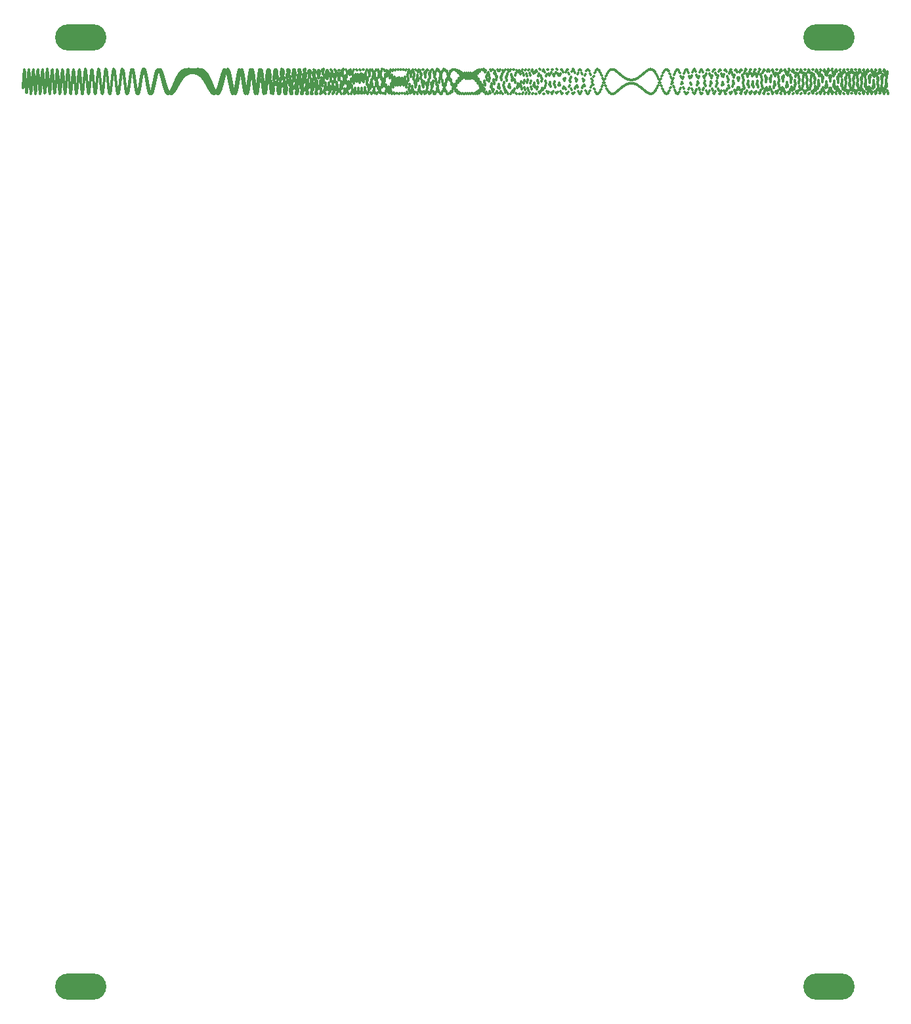
<source format=gts>
G04 Layer: TopSolderMaskLayer*
G04 EasyEDA v6.5.29, 2023-07-16 15:11:24*
G04 67781e16ba424d80afd487f8c688e69f,5a6b42c53f6a479593ecc07194224c93,10*
G04 Gerber Generator version 0.2*
G04 Scale: 100 percent, Rotated: No, Reflected: No *
G04 Dimensions in millimeters *
G04 leading zeros omitted , absolute positions ,4 integer and 5 decimal *
%FSLAX45Y45*%
%MOMM*%

%ADD10C,0.3556*%
%ADD11O,6.6032126X3.4031936000000003*%

%LPD*%
D10*
X11032070Y12109178D02*
G01*
X11040529Y12155840D01*
X812800Y12084850D02*
G01*
X821270Y11935414D01*
X2006600Y11979666D02*
G01*
X2015070Y12112396D01*
X313270Y12121040D02*
G01*
X321729Y11978840D01*
X11142129Y11888693D02*
G01*
X11150600Y11845142D01*
X11133670Y12049968D02*
G01*
X11142129Y12127372D01*
X11125200Y12028505D02*
G01*
X11133670Y11934893D01*
X11116729Y11905010D02*
G01*
X11125200Y11993450D01*
X11108270Y12145535D02*
G01*
X11116729Y12082518D01*
X11099800Y11842955D02*
G01*
X11108270Y11866097D01*
X11091329Y12137951D02*
G01*
X11099800Y12159940D01*
X11082870Y11918863D02*
G01*
X11091329Y11856943D01*
X11074400Y12010938D02*
G01*
X11082870Y12098256D01*
X11065929Y12067611D02*
G01*
X11074400Y11975416D01*
X11057470Y11875231D02*
G01*
X11065929Y11950600D01*
X11049000Y12158223D02*
G01*
X11057470Y12117448D01*
X11040529Y11851426D02*
G01*
X11049000Y11848020D01*
X11023600Y11962036D02*
G01*
X11032070Y11883387D01*
X11015129Y11963145D02*
G01*
X11023600Y12054817D01*
X11006670Y12108563D02*
G01*
X11015129Y12026013D01*
X10998200Y11851492D02*
G01*
X11006670Y11904979D01*
X10989729Y12158103D02*
G01*
X10998200Y12146594D01*
X10981270Y11876453D02*
G01*
X10989729Y11843288D01*
X10972800Y12064354D02*
G01*
X10981270Y12133945D01*
X10964329Y12016369D02*
G01*
X10972800Y11927550D01*
X10955870Y11912439D02*
G01*
X10964329Y11998548D01*
X10947400Y12142856D02*
G01*
X10955870Y12080745D01*
X10938929Y11842823D02*
G01*
X10947400Y11865602D01*
X10930470Y12138025D02*
G01*
X10938929Y12160138D01*
X10922000Y11921243D02*
G01*
X10930470Y11859907D01*
X10913529Y12005294D02*
G01*
X10922000Y12090361D01*
X10905070Y12075238D02*
G01*
X10913529Y11987900D01*
X10896600Y11868713D02*
G01*
X10905070Y11936288D01*
X10888129Y12159841D02*
G01*
X10896600Y12129063D01*
X10879670Y11857725D02*
G01*
X10888129Y11844027D01*
X10871200Y12094108D02*
G01*
X10879670Y12148654D01*
X10862729Y11983758D02*
G01*
X10871200Y11902429D01*
X10854270Y11939742D02*
G01*
X10862729Y12026943D01*
X10845800Y12127019D02*
G01*
X10854270Y12056343D01*
X10837329Y11844436D02*
G01*
X10845800Y11880458D01*
X10828870Y12149627D02*
G01*
X10837329Y12157435D01*
X10820400Y11900631D02*
G01*
X10828870Y11851177D01*
X10811929Y12028883D02*
G01*
X10820400Y12107014D01*
X10803470Y12054799D02*
G01*
X10811929Y11968429D01*
X10795000Y11881314D02*
G01*
X10803470Y11953384D01*
X10786529Y12157242D02*
G01*
X10795000Y12118256D01*
X10778070Y11850949D02*
G01*
X10786529Y11846763D01*
X10769600Y12107341D02*
G01*
X10778070Y12153422D01*
X10761129Y11968269D02*
G01*
X10769600Y11892569D01*
X10752670Y11953285D02*
G01*
X10761129Y12038515D01*
X10744200Y12118497D02*
G01*
X10752670Y12046303D01*
X10735729Y11846631D02*
G01*
X10744200Y11886727D01*
X10727270Y12153181D02*
G01*
X10735729Y12155693D01*
X10718800Y11893339D02*
G01*
X10727270Y11849061D01*
X10710329Y12037286D02*
G01*
X10718800Y12111360D01*
X10701870Y12047697D02*
G01*
X10710329Y11963735D01*
X10693400Y11885594D02*
G01*
X10701870Y11956956D01*
X10684929Y12156119D02*
G01*
X10693400Y12116427D01*
X10676470Y11849628D02*
G01*
X10684929Y11847141D01*
X10668000Y12109797D02*
G01*
X10676470Y12153607D01*
X10659529Y11965973D02*
G01*
X10668000Y11892805D01*
X10651070Y11954631D02*
G01*
X10659529Y12037273D01*
X10642600Y12118169D02*
G01*
X10651070Y12048411D01*
X10634129Y11846539D02*
G01*
X10642600Y11884601D01*
X10625670Y12152795D02*
G01*
X10634129Y12156592D01*
X10617200Y11894913D02*
G01*
X10625670Y11850481D01*
X10608729Y12034398D02*
G01*
X10617200Y12107204D01*
X10600270Y12051284D02*
G01*
X10608729Y11970042D01*
X10591800Y11882544D02*
G01*
X10600270Y11950062D01*
X10583329Y12157229D02*
G01*
X10591800Y12121784D01*
X10574870Y11851487D02*
G01*
X10583329Y11845343D01*
X10566400Y12104799D02*
G01*
X10574870Y12150651D01*
X10557929Y11973196D02*
G01*
X10566400Y11900377D01*
X10549470Y11947022D02*
G01*
X10557929Y12026732D01*
X10541000Y12123861D02*
G01*
X10549470Y12059140D01*
X10532529Y11844797D02*
G01*
X10541000Y11876844D01*
X10524070Y12149528D02*
G01*
X10532529Y12158786D01*
X10515600Y11902820D02*
G01*
X10524070Y11855028D01*
X10507129Y12023664D02*
G01*
X10515600Y12096663D01*
X10498670Y12061974D02*
G01*
X10507129Y11983994D01*
X10490200Y11875020D02*
G01*
X10498670Y11936481D01*
X10481729Y12159152D02*
G01*
X10490200Y12131055D01*
X10473270Y11856138D02*
G01*
X10481729Y11843301D01*
X10464800Y12094474D02*
G01*
X10473270Y12144474D01*
X10456329Y11986592D02*
G01*
X10464800Y11913430D01*
X10447870Y11934210D02*
G01*
X10456329Y12010212D01*
X10439400Y12132406D02*
G01*
X10447870Y12074580D01*
X10430929Y11843128D02*
G01*
X10439400Y11866915D01*
X10422470Y12143562D02*
G01*
X10430929Y12160199D01*
X10414000Y11915025D02*
G01*
X10422470Y11862793D01*
X10405529Y12008477D02*
G01*
X10414000Y12081657D01*
X10397070Y12075957D02*
G01*
X10405529Y12002188D01*
X10388600Y11866196D02*
G01*
X10397070Y11920159D01*
X10380129Y12160224D02*
G01*
X10388600Y12140877D01*
X10371670Y11863257D02*
G01*
X10380129Y11842843D01*
X10363200Y12081029D02*
G01*
X10371670Y12135314D01*
X10354729Y12002678D02*
G01*
X10363200Y11929727D01*
X10346270Y11919948D02*
G01*
X10354729Y11991286D01*
X10337800Y12140872D02*
G01*
X10346270Y12090864D01*
X10329329Y11842836D02*
G01*
X10337800Y11857837D01*
X10320870Y12135612D02*
G01*
X10329329Y12159548D01*
X10312400Y11928983D02*
G01*
X10320870Y11872963D01*
X10303929Y11992414D02*
G01*
X10312400Y12064850D01*
X10295470Y12089668D02*
G01*
X10303929Y12020910D01*
X10287000Y11858586D02*
G01*
X10295470Y11904736D01*
X10278529Y12159729D02*
G01*
X10287000Y12148771D01*
X10270070Y11871553D02*
G01*
X10278529Y11844535D01*
X10261600Y12067379D02*
G01*
X10270070Y12124692D01*
X10253129Y12017796D02*
G01*
X10261600Y11946161D01*
X10244670Y11907532D02*
G01*
X10253129Y11973699D01*
X10236200Y12147283D02*
G01*
X10244670Y12104725D01*
X10227729Y11843953D02*
G01*
X10236200Y11851380D01*
X10219270Y12127583D02*
G01*
X10227729Y12157080D01*
X10210800Y11941436D02*
G01*
X10219270Y11883341D01*
X10202329Y11979132D02*
G01*
X10210800Y12049714D01*
X10193870Y12100148D02*
G01*
X10202329Y12036455D01*
X10185400Y11853578D02*
G01*
X10193870Y11893016D01*
X10176929Y12158296D02*
G01*
X10185400Y12153694D01*
X10168470Y11878604D02*
G01*
X10176929Y11847352D01*
X10160000Y12057049D02*
G01*
X10168470Y12115378D01*
X10151529Y12028375D02*
G01*
X10160000Y11959015D01*
X10143070Y11899546D02*
G01*
X10151529Y11961017D01*
X10134600Y12150811D02*
G01*
X10143070Y12113846D01*
X10126129Y11845310D02*
G01*
X10134600Y11847946D01*
X10117670Y12122292D02*
G01*
X10126129Y12154451D01*
X10109200Y11948716D02*
G01*
X10117670Y11890702D01*
X10100729Y11972086D02*
G01*
X10109200Y12040108D01*
X10092270Y12105126D02*
G01*
X10100729Y12045477D01*
X10083800Y11851581D02*
G01*
X10092270Y11886882D01*
X10075329Y12157428D02*
G01*
X10083800Y12155754D01*
X10066870Y11881365D02*
G01*
X10075329Y11849216D01*
X10058400Y12053732D02*
G01*
X10066870Y12110839D01*
X10049929Y12031060D02*
G01*
X10058400Y11964428D01*
X10041470Y11898096D02*
G01*
X10049929Y11956417D01*
X10033000Y12151172D02*
G01*
X10041470Y12116592D01*
X10024529Y11845348D02*
G01*
X10033000Y11847195D01*
X10016070Y12122739D02*
G01*
X10024529Y12153856D01*
X10007600Y11947202D02*
G01*
X10016070Y11891614D01*
X9999129Y11974593D02*
G01*
X10007600Y12039785D01*
X9990670Y12102449D02*
G01*
X9999129Y12044878D01*
X9982200Y11853118D02*
G01*
X9990670Y11888005D01*
X9973729Y12158365D02*
G01*
X9982200Y12155109D01*
X9965270Y11877197D02*
G01*
X9973729Y11848231D01*
X9956800Y12060839D02*
G01*
X9965270Y12114199D01*
X9948329Y12022503D02*
G01*
X9956800Y11958835D01*
X9939870Y11905703D02*
G01*
X9948329Y11963064D01*
X9931400Y12147184D02*
G01*
X9939870Y12110925D01*
X9922929Y11843631D02*
G01*
X9931400Y11849608D01*
X9914470Y12130857D02*
G01*
X9922929Y12156437D01*
X9906000Y11933875D02*
G01*
X9914470Y11883590D01*
X9897529Y11990133D02*
G01*
X9906000Y12052033D01*
X9889070Y12088850D02*
G01*
X9897529Y12031253D01*
X9880600Y11860535D02*
G01*
X9889070Y11899193D01*
X9872129Y12160168D02*
G01*
X9880600Y12150105D01*
X9863670Y11865366D02*
G01*
X9872129Y11844553D01*
X9855200Y12080725D02*
G01*
X9863670Y12126882D01*
X9846729Y11999064D02*
G01*
X9855200Y11939419D01*
X9838270Y11926646D02*
G01*
X9846729Y11984682D01*
X9829800Y12134794D02*
G01*
X9838270Y12092868D01*
X9821329Y11843133D02*
G01*
X9829800Y11858637D01*
X9812870Y12145497D02*
G01*
X9821329Y12160013D01*
X9804400Y11907558D02*
G01*
X9812870Y11866897D01*
X9795929Y12022244D02*
G01*
X9804400Y12078754D01*
X9787470Y12058947D02*
G01*
X9795929Y12000651D01*
X9779000Y11880087D02*
G01*
X9787470Y11925858D01*
X9770529Y12157069D02*
G01*
X9779000Y12134893D01*
X9762070Y11849757D02*
G01*
X9770529Y11843171D01*
X9753600Y12112569D02*
G01*
X9762070Y12146031D01*
X9745129Y11957918D02*
G01*
X9753600Y11905940D01*
X9736670Y11967202D02*
G01*
X9745129Y12024995D01*
X9728200Y12105302D02*
G01*
X9736670Y12055624D01*
X9719729Y11853161D02*
G01*
X9728200Y11882927D01*
X9711270Y12158934D02*
G01*
X9719729Y12155965D01*
X9702800Y11872366D02*
G01*
X9711270Y11848114D01*
X9694329Y12071840D02*
G01*
X9702800Y12117313D01*
X9685870Y12006404D02*
G01*
X9694329Y11950639D01*
X9677400Y11922645D02*
G01*
X9685870Y11975528D01*
X9668929Y12135736D02*
G01*
X9677400Y12098053D01*
X9660470Y11843214D02*
G01*
X9668929Y11857111D01*
X9652000Y12147128D02*
G01*
X9660470Y12159978D01*
X9643529Y11902094D02*
G01*
X9652000Y11865744D01*
X9635070Y12031954D02*
G01*
X9643529Y12083211D01*
X9626600Y12046811D02*
G01*
X9635070Y11992513D01*
X9618129Y11890890D02*
G01*
X9626600Y11935848D01*
X9609670Y12152205D02*
G01*
X9618129Y12126650D01*
X9601200Y11844764D02*
G01*
X9609670Y11845373D01*
X9592729Y12129076D02*
G01*
X9601200Y12153272D01*
X9584270Y11931512D02*
G01*
X9592729Y11888198D01*
X9575800Y11998467D02*
G01*
X9584270Y12051078D01*
X9567329Y12076706D02*
G01*
X9575800Y12026546D01*
X9558870Y11870834D02*
G01*
X9567329Y11907553D01*
X9550400Y12158873D02*
G01*
X9558870Y12143475D01*
X9541929Y11851784D02*
G01*
X9550400Y11842755D01*
X9533470Y12111123D02*
G01*
X9541929Y12142335D01*
X9525000Y11955513D02*
G01*
X9533470Y11909107D01*
X9516529Y11974141D02*
G01*
X9525000Y12025609D01*
X9508070Y12096186D02*
G01*
X9516529Y12050674D01*
X9499600Y11859760D02*
G01*
X9508070Y11889729D01*
X9491129Y12160250D02*
G01*
X9499600Y12151946D01*
X9482670Y11859115D02*
G01*
X9491129Y11844276D01*
X9474200Y12097834D02*
G01*
X9482670Y12132437D01*
X9465729Y11971088D02*
G01*
X9474200Y11924146D01*
X9457270Y11959884D02*
G01*
X9465729Y12009338D01*
X9448800Y12106399D02*
G01*
X9457270Y12064608D01*
X9440329Y11854891D02*
G01*
X9448800Y11880601D01*
X9431870Y12159965D02*
G01*
X9440329Y12155332D01*
X9423400Y11863171D02*
G01*
X9431870Y11846054D01*
X9414929Y12092038D02*
G01*
X9423400Y12127179D01*
X9406470Y11976651D02*
G01*
X9414929Y11930694D01*
X9398000Y11955934D02*
G01*
X9406470Y12003465D01*
X9389529Y12108309D02*
G01*
X9398000Y12068553D01*
X9381070Y11854512D02*
G01*
X9389529Y11878835D01*
X9372600Y12159995D02*
G01*
X9381070Y12155617D01*
X9364129Y11862117D02*
G01*
X9372600Y11845975D01*
X9355670Y12095111D02*
G01*
X9364129Y12128400D01*
X9347200Y11971342D02*
G01*
X9355670Y11927469D01*
X9338729Y11962698D02*
G01*
X9347200Y12008718D01*
X9330270Y12101741D02*
G01*
X9338729Y12062233D01*
X9321800Y11858718D02*
G01*
X9330270Y11884441D01*
X9313329Y12160219D02*
G01*
X9321800Y12152845D01*
X9304870Y11856095D02*
G01*
X9313329Y11844027D01*
X9296400Y12107062D02*
G01*
X9304870Y12136089D01*
X9287929Y11954786D02*
G01*
X9296400Y11914299D01*
X9279470Y11981154D02*
G01*
X9287929Y12025647D01*
X9271000Y12085035D02*
G01*
X9279470Y12044530D01*
X9262529Y11869823D02*
G01*
X9271000Y11899216D01*
X9254070Y12157956D02*
G01*
X9262529Y12144672D01*
X9245600Y11847705D02*
G01*
X9254070Y11842800D01*
X9237129Y12125970D02*
G01*
X9245600Y12147941D01*
X9228670Y11927669D02*
G01*
X9237129Y11892668D01*
X9220200Y12012277D02*
G01*
X9228670Y12054128D01*
X9211729Y12055368D02*
G01*
X9220200Y12013839D01*
X9203270Y11892285D02*
G01*
X9211729Y11926526D01*
X9194800Y12147636D02*
G01*
X9203270Y12126267D01*
X9186329Y11842755D02*
G01*
X9194800Y11847921D01*
X9177870Y12146775D02*
G01*
X9186329Y12158395D01*
X9169400Y11893265D02*
G01*
X9177870Y11867014D01*
X9160929Y12055393D02*
G01*
X9169400Y12091807D01*
X9152470Y12010341D02*
G01*
X9160929Y11969737D01*
X9144000Y11931581D02*
G01*
X9152470Y11969879D01*
X9135529Y12121250D02*
G01*
X9144000Y12091230D01*
X9127070Y11850781D02*
G01*
X9135529Y11867995D01*
X9118600Y12159797D02*
G01*
X9127070Y12157819D01*
X9110129Y11859877D02*
G01*
X9118600Y11846562D01*
X9101670Y12105058D02*
G01*
X9110129Y12131377D01*
X9093200Y11951388D02*
G01*
X9101670Y11916227D01*
X9084729Y11990951D02*
G01*
X9093200Y12029567D01*
X9076270Y12070885D02*
G01*
X9084729Y12034545D01*
X9067800Y11883684D02*
G01*
X9076270Y11912483D01*
X9059329Y12150488D02*
G01*
X9067800Y12133249D01*
X9050870Y11842810D02*
G01*
X9059329Y11846234D01*
X9042400Y12147339D02*
G01*
X9050870Y12157961D01*
X9033929Y11888911D02*
G01*
X9042400Y11865985D01*
X9025470Y12065347D02*
G01*
X9033929Y12097171D01*
X9017000Y11994934D02*
G01*
X9025470Y11958749D01*
X9008529Y11950171D02*
G01*
X9017000Y11985724D01*
X9000070Y12103508D02*
G01*
X9008529Y12073371D01*
X8991600Y11862661D02*
G01*
X9000070Y11883491D01*
X8983129Y12158662D02*
G01*
X8991600Y12149714D01*
X8974670Y11846613D02*
G01*
X8983129Y11842750D01*
X8966200Y12134131D02*
G01*
X8974670Y12150054D01*
X8957729Y11907944D02*
G01*
X8966200Y11882213D01*
X8949270Y12044387D02*
G01*
X8957729Y12076473D01*
X8940800Y12014360D02*
G01*
X8949270Y11980044D01*
X8932329Y11934786D02*
G01*
X8940800Y11967065D01*
X8923870Y12113623D02*
G01*
X8932329Y12087280D01*
X8915400Y11857738D02*
G01*
X8923870Y11875101D01*
X8906929Y12159587D02*
G01*
X8915400Y12153074D01*
X8898470Y11847791D02*
G01*
X8906929Y11842904D01*
X8890000Y12132970D02*
G01*
X8898470Y12148449D01*
X8881529Y11907243D02*
G01*
X8890000Y11883186D01*
X8873070Y12048058D02*
G01*
X8881529Y12077793D01*
X8864600Y12007565D02*
G01*
X8873070Y11975609D01*
X8856129Y11943803D02*
G01*
X8864600Y11974395D01*
X8847670Y12104204D02*
G01*
X8856129Y12078276D01*
X8839200Y11865155D02*
G01*
X8847670Y11883720D01*
X8830729Y12156747D02*
G01*
X8839200Y12147344D01*
X8822270Y11843791D02*
G01*
X8830729Y11843245D01*
X8813800Y12145299D02*
G01*
X8822270Y12155500D01*
X8805329Y11886232D02*
G01*
X8813800Y11867642D01*
X8796870Y12076795D02*
G01*
X8805329Y12101705D01*
X8788400Y11973402D02*
G01*
X8796870Y11944802D01*
X8779929Y11979963D02*
G01*
X8788400Y12009363D01*
X8771470Y12070245D02*
G01*
X8779929Y12042899D01*
X8763000Y11892434D02*
G01*
X8771470Y11915167D01*
X8754529Y12140344D02*
G01*
X8763000Y12124245D01*
X8746070Y11845955D02*
G01*
X8754529Y11854091D01*
X8737600Y12159432D02*
G01*
X8746070Y12159790D01*
X8729129Y11855394D02*
G01*
X8737600Y11846786D01*
X8720670Y12122924D02*
G01*
X8729129Y12138812D01*
X8712200Y11915155D02*
G01*
X8720670Y11893562D01*
X8703729Y12045627D02*
G01*
X8712200Y12070915D01*
X8695270Y12002988D02*
G01*
X8703729Y11976229D01*
X8686800Y11954873D02*
G01*
X8695270Y11980837D01*
X8678329Y12089091D02*
G01*
X8686800Y12066015D01*
X8669870Y11880316D02*
G01*
X8678329Y11898729D01*
X8661400Y12146409D02*
G01*
X8669870Y12133994D01*
X8652929Y11844337D02*
G01*
X8661400Y11849955D01*
X8644470Y12158799D02*
G01*
X8652929Y12160206D01*
X8636000Y11855889D02*
G01*
X8644470Y11847766D01*
X8627529Y12124766D02*
G01*
X8636000Y12138817D01*
X8619070Y11909318D02*
G01*
X8627529Y11890535D01*
X8610600Y12056300D02*
G01*
X8619070Y12078337D01*
X8602129Y11987578D02*
G01*
X8610600Y11963928D01*
X8585200Y12068268D02*
G01*
X8593670Y12046315D01*
X8576729Y11900291D02*
G01*
X8585200Y11919191D01*
X8568270Y12130260D02*
G01*
X8576729Y12115538D01*
X8559800Y11853638D02*
G01*
X8568270Y11863382D01*
X8551329Y12159053D02*
G01*
X8559800Y12154743D01*
X8542870Y11843971D02*
G01*
X8551329Y11842767D01*
X8534400Y12149571D02*
G01*
X8542870Y12156033D01*
X8525929Y11871467D02*
G01*
X8534400Y11860298D01*
X8517470Y12106214D02*
G01*
X8525929Y12121281D01*
X8509000Y11927725D02*
G01*
X8517470Y11909734D01*
X8500529Y12040615D02*
G01*
X8509000Y12060430D01*
X8492070Y11998772D02*
G01*
X8500529Y11978264D01*
X8483600Y11968093D02*
G01*
X8492070Y11988185D01*
X8475129Y12068919D02*
G01*
X8483600Y12050260D01*
X8466670Y11903849D02*
G01*
X8475129Y11920176D01*
X8458200Y12124245D02*
G01*
X8466670Y12110956D01*
X8449729Y11859834D02*
G01*
X8458200Y11869557D01*
X8441270Y12155233D02*
G01*
X8449729Y12149399D01*
X8432800Y11842866D02*
G01*
X8441270Y11844703D01*
X8424329Y12157905D02*
G01*
X8432800Y12160008D01*
X8415870Y11854073D02*
G01*
X8424329Y11848299D01*
X8407400Y12133821D02*
G01*
X8415870Y12142881D01*
X8398929Y11889536D02*
G01*
X8407400Y11877713D01*
X8390470Y12088873D02*
G01*
X8398929Y12102876D01*
X8382000Y11941789D02*
G01*
X8390470Y11926255D01*
X8373529Y12031657D02*
G01*
X8382000Y12048058D01*
X8365070Y12001606D02*
G01*
X8373529Y11984987D01*
X8356600Y11971566D02*
G01*
X8365070Y11987794D01*
X8348129Y12059785D02*
G01*
X8356600Y12044512D01*
X8339670Y11917250D02*
G01*
X8348129Y11931091D01*
X8331200Y12108555D02*
G01*
X8339670Y12096544D01*
X8322729Y11875386D02*
G01*
X8331200Y11885272D01*
X8314270Y12142482D02*
G01*
X8322729Y12134936D01*
X8305800Y11850093D02*
G01*
X8314270Y11855195D01*
X8297329Y12158786D02*
G01*
X8305800Y12156163D01*
X8288870Y11842823D02*
G01*
X8297329Y11843029D01*
X8280400Y12157247D02*
G01*
X8288870Y12159350D01*
X8271929Y11852691D02*
G01*
X8280400Y11848467D01*
X8263470Y12139742D02*
G01*
X8271929Y12145868D01*
X8255000Y11876986D02*
G01*
X8263470Y11869221D01*
X8246529Y12109617D02*
G01*
X8255000Y12118738D01*
X8238070Y11911906D02*
G01*
X8246529Y11901716D01*
X8229600Y12070984D02*
G01*
X8238070Y12081941D01*
X8221129Y11953173D02*
G01*
X8229600Y11941733D01*
X8212670Y12028121D02*
G01*
X8221129Y12039780D01*
X8204200Y11996638D02*
G01*
X8212670Y11985023D01*
X8195729Y11984967D02*
G01*
X8204200Y11996315D01*
X8187270Y12038670D02*
G01*
X8195729Y12027786D01*
X8178800Y11944771D02*
G01*
X8187270Y11955028D01*
X8170329Y12076429D02*
G01*
X8178800Y12066935D01*
X8161870Y11909953D02*
G01*
X8170329Y11918571D01*
X8153400Y12107936D02*
G01*
X8161870Y12100265D01*
X8144929Y11882020D02*
G01*
X8153400Y11888693D01*
X8136470Y12132109D02*
G01*
X8144929Y12126460D01*
X8128000Y11861688D02*
G01*
X8136470Y11866313D01*
X8119529Y12148609D02*
G01*
X8128000Y12144994D01*
X8111070Y11848939D02*
G01*
X8119529Y11851586D01*
X8102600Y12157737D02*
G01*
X8111070Y12156015D01*
X8094129Y11843245D02*
G01*
X8102600Y11844101D01*
X8085670Y12160224D02*
G01*
X8094129Y12160163D01*
X8077200Y11843705D02*
G01*
X8085670Y11843047D01*
X8068729Y12157092D02*
G01*
X8077200Y12158395D01*
X8060270Y11849224D02*
G01*
X8068729Y11847357D01*
X8051800Y12149498D02*
G01*
X8060270Y12151847D01*
X8043329Y11858612D02*
G01*
X8051800Y11855846D01*
X8034870Y12138606D02*
G01*
X8043329Y12141708D01*
X8026400Y11870710D02*
G01*
X8034870Y11867354D01*
X8017929Y12125548D02*
G01*
X8026400Y12129101D01*
X8009470Y11884477D02*
G01*
X8017929Y11880789D01*
X8001000Y12111316D02*
G01*
X8009470Y12115081D01*
X7992529Y11898975D02*
G01*
X8001000Y11895180D01*
X7984070Y12096750D02*
G01*
X7992529Y12100519D01*
X7975600Y11913438D02*
G01*
X7984070Y11909722D01*
X7967129Y12082543D02*
G01*
X7975600Y12086158D01*
X7958670Y11927253D02*
G01*
X7967129Y11923763D01*
X7950200Y12069229D02*
G01*
X7958670Y12072571D01*
X7941729Y11939953D02*
G01*
X7950200Y11936790D01*
X7933270Y12057222D02*
G01*
X7941729Y12060194D01*
X7924800Y11951195D02*
G01*
X7933270Y11948436D01*
X7916329Y12046805D02*
G01*
X7924800Y12049348D01*
X7907870Y11960733D02*
G01*
X7916329Y11958426D01*
X7899400Y12038185D02*
G01*
X7907870Y12040250D01*
X7890929Y11968411D02*
G01*
X7899400Y11966592D01*
X7882470Y12031482D02*
G01*
X7890929Y12033051D01*
X7874000Y11974121D02*
G01*
X7882470Y11972808D01*
X7865529Y12026783D02*
G01*
X7874000Y12027837D01*
X7857070Y11977799D02*
G01*
X7865529Y11977004D01*
X7848600Y12024133D02*
G01*
X7857070Y12024667D01*
X7840129Y11979412D02*
G01*
X7848600Y11979137D01*
X7831670Y12023564D02*
G01*
X7840129Y12023575D01*
X7823200Y11978934D02*
G01*
X7831670Y11979188D01*
X7814729Y12025088D02*
G01*
X7823200Y12024580D01*
X7806270Y11976361D02*
G01*
X7814729Y11977128D01*
X7797800Y12028711D02*
G01*
X7806270Y12027682D01*
X7789329Y11971690D02*
G01*
X7797800Y11972980D01*
X7780870Y12034415D02*
G01*
X7789329Y12032871D01*
X7772400Y11964962D02*
G01*
X7780870Y11966755D01*
X7763929Y12042155D02*
G01*
X7772400Y12040120D01*
X7755470Y11956237D02*
G01*
X7763929Y11958513D01*
X7747000Y12051847D02*
G01*
X7755470Y12049340D01*
X7738529Y11945620D02*
G01*
X7747000Y11948337D01*
X7730070Y12063338D02*
G01*
X7738529Y12060417D01*
X7721600Y11933306D02*
G01*
X7730070Y11936417D01*
X7713129Y12076391D02*
G01*
X7721600Y12073117D01*
X7704670Y11919600D02*
G01*
X7713129Y11923019D01*
X7696200Y12090648D02*
G01*
X7704670Y12087125D01*
X7687729Y11904929D02*
G01*
X7696200Y11908525D01*
X7679270Y12105591D02*
G01*
X7687729Y12101959D01*
X7670800Y11889884D02*
G01*
X7679270Y11893499D01*
X7662329Y12120549D02*
G01*
X7670800Y12116991D01*
X7653870Y11875244D02*
G01*
X7662329Y11878680D01*
X7645400Y12134626D02*
G01*
X7653870Y12131377D01*
X7636929Y11861985D02*
G01*
X7645400Y11864987D01*
X7628470Y12146762D02*
G01*
X7636929Y12144095D01*
X7620000Y11851289D02*
G01*
X7628470Y11853552D01*
X7611529Y12155698D02*
G01*
X7620000Y12153917D01*
X7603070Y11844467D02*
G01*
X7611529Y11845670D01*
X7594600Y12160044D02*
G01*
X7603070Y12159493D01*
X7586129Y11842943D02*
G01*
X7594600Y11842750D01*
X7577670Y12158400D02*
G01*
X7586129Y12159411D01*
X7569200Y11848076D02*
G01*
X7577670Y11846179D01*
X7560729Y12149472D02*
G01*
X7569200Y12152325D01*
X7552270Y11861050D02*
G01*
X7560729Y11857197D01*
X7543800Y12132269D02*
G01*
X7552270Y12137151D01*
X7535329Y11882610D02*
G01*
X7543800Y11876689D01*
X7526870Y12106318D02*
G01*
X7535329Y12113270D01*
X7518400Y11912866D02*
G01*
X7526870Y11904929D01*
X7509929Y12071964D02*
G01*
X7518400Y12080806D01*
X7501470Y11950992D02*
G01*
X7509929Y11941342D01*
X7493000Y12030547D02*
G01*
X7501470Y12040859D01*
X7484529Y11995063D02*
G01*
X7493000Y11984266D01*
X7476070Y11984614D02*
G01*
X7484529Y11995678D01*
X7467600Y12041906D02*
G01*
X7476070Y12030831D01*
X7459129Y11937944D02*
G01*
X7467600Y11948759D01*
X7450670Y12087174D02*
G01*
X7459129Y12076943D01*
X7442200Y11895404D02*
G01*
X7450670Y11904736D01*
X7433729Y12125617D02*
G01*
X7442200Y12117504D01*
X7425270Y11862475D02*
G01*
X7433729Y11869036D01*
X7416800Y12151641D02*
G01*
X7425270Y12146948D01*
X7408329Y11844629D02*
G01*
X7416800Y11847189D01*
X7399870Y12160194D02*
G01*
X7408329Y12159983D01*
X7391400Y11846265D02*
G01*
X7399870Y11843976D01*
X7382929Y12147786D02*
G01*
X7391400Y12152647D01*
X7374470Y11869656D02*
G01*
X7382929Y11862259D01*
X7366000Y12113640D02*
G01*
X7374470Y12123440D01*
X7357529Y11913834D02*
G01*
X7366000Y11901909D01*
X7349070Y12060654D02*
G01*
X7357529Y12074331D01*
X7340600Y11973880D02*
G01*
X7349070Y11958960D01*
X7332129Y11995795D02*
G01*
X7340600Y12011360D01*
X7323670Y12040859D02*
G01*
X7332129Y12025350D01*
X7315200Y11929752D02*
G01*
X7323670Y11944456D01*
X7306729Y12102703D02*
G01*
X7315200Y12089582D01*
X7298270Y11875455D02*
G01*
X7306729Y11886232D01*
X7289800Y12146224D02*
G01*
X7298270Y12138477D01*
X7281329Y11845602D02*
G01*
X7289800Y11849737D01*
X7272870Y12160069D02*
G01*
X7281329Y12159945D01*
X7264400Y11849354D02*
G01*
X7272870Y11845262D01*
X7255929Y12138080D02*
G01*
X7264400Y12146333D01*
X7247470Y11889104D02*
G01*
X7255929Y11877017D01*
X7239000Y12082233D02*
G01*
X7247470Y12097550D01*
X7230529Y11958172D02*
G01*
X7239000Y11940491D01*
X7222070Y12003956D02*
G01*
X7230529Y12022881D01*
X7213600Y12040679D02*
G01*
X7222070Y12021784D01*
X7205129Y11922869D02*
G01*
X7213600Y11940374D01*
X7196670Y12114372D02*
G01*
X7205129Y12099620D01*
X7188200Y11862432D02*
G01*
X7196670Y11873179D01*
X7179729Y12156330D02*
G01*
X7188200Y12150600D01*
X7171270Y11843054D02*
G01*
X7179729Y11843115D01*
X7162800Y12150600D02*
G01*
X7171270Y12156447D01*
X7154329Y11874444D02*
G01*
X7162800Y11862953D01*
X7145870Y12095213D02*
G01*
X7154329Y12111553D01*
X7137400Y11949899D02*
G01*
X7145870Y11930001D01*
X7128929Y12005729D02*
G01*
X7137400Y12027494D01*
X7120470Y12045632D02*
G01*
X7128929Y12024004D01*
X7112000Y11912638D02*
G01*
X7120470Y11932020D01*
X7103529Y12126882D02*
G01*
X7112000Y12111751D01*
X7095070Y11851835D02*
G01*
X7103529Y11861004D01*
X7086600Y12160232D02*
G01*
X7095070Y12158184D01*
X7078129Y11850463D02*
G01*
X7086600Y11844914D01*
X7069670Y12128314D02*
G01*
X7078129Y12141113D01*
X7061200Y11913331D02*
G01*
X7069670Y11894479D01*
X7052729Y12040504D02*
G01*
X7061200Y12063455D01*
X7044270Y12016773D02*
G01*
X7052729Y11992310D01*
X7035800Y11933156D02*
G01*
X7044270Y11956244D01*
X7027329Y12115137D02*
G01*
X7035800Y12096328D01*
X7018870Y11856298D02*
G01*
X7027329Y11868317D01*
X7010400Y12160008D02*
G01*
X7018870Y12156554D01*
X7001929Y11850303D02*
G01*
X7010400Y11844467D01*
X6993470Y12125058D02*
G01*
X7001929Y12139686D01*
X6985000Y11922787D02*
G01*
X6993470Y11901109D01*
X6976529Y12023885D02*
G01*
X6985000Y12049770D01*
X6968070Y12039229D02*
G01*
X6976529Y12012736D01*
X6959600Y11908556D02*
G01*
X6968070Y11931774D01*
X6951129Y12136368D02*
G01*
X6959600Y12120003D01*
X6942670Y11844827D02*
G01*
X6951129Y11851617D01*
X6934200Y12155848D02*
G01*
X6942670Y12159957D01*
X6925729Y11873997D02*
G01*
X6934200Y11859313D01*
X6917270Y12081253D02*
G01*
X6925729Y12104408D01*
X6908800Y11983138D02*
G01*
X6917270Y11955114D01*
X6900329Y11954786D02*
G01*
X6908800Y11983057D01*
X6891870Y12105866D02*
G01*
X6900329Y12082238D01*
X6883400Y11857230D02*
G01*
X6891870Y11871926D01*
X6874929Y12160250D02*
G01*
X6883400Y12157379D01*
X6866470Y11857067D02*
G01*
X6874929Y11847271D01*
X6858000Y12104644D02*
G01*
X6866470Y12125622D01*
X6849529Y11959536D02*
G01*
X6858000Y11931086D01*
X6841070Y11973638D02*
G01*
X6849529Y12004240D01*
X6832600Y12094331D02*
G01*
X6841070Y12067573D01*
X6824129Y11861713D02*
G01*
X6832600Y11879138D01*
X6815670Y12160138D02*
G01*
X6824129Y12155858D01*
X6807200Y11856788D02*
G01*
X6815670Y11846699D01*
X6798729Y12101563D02*
G01*
X6807200Y12124240D01*
X6790270Y11968007D02*
G01*
X6798729Y11937337D01*
X6781800Y11960529D02*
G01*
X6790270Y11992632D01*
X6773329Y12108413D02*
G01*
X6781800Y12082053D01*
X6764870Y11852361D02*
G01*
X6773329Y11866834D01*
X6756400Y12158769D02*
G01*
X6764870Y12159823D01*
X6747929Y11872986D02*
G01*
X6756400Y11856280D01*
X6739470Y12070308D02*
G01*
X6747929Y12099030D01*
X6731000Y12009592D02*
G01*
X6739470Y11975597D01*
X6722529Y11917895D02*
G01*
X6731000Y11948845D01*
X6714070Y12140184D02*
G01*
X6722529Y12120178D01*
X6705600Y11842750D02*
G01*
X6714070Y11846433D01*
X6697129Y12139221D02*
G01*
X6705600Y12153198D01*
X6688670Y11921337D02*
G01*
X6697129Y11893016D01*
X6680200Y12002157D02*
G01*
X6688670Y12037504D01*
X6671729Y12081129D02*
G01*
X6680200Y12048281D01*
X6663270Y11863064D02*
G01*
X6671729Y11884197D01*
X6654800Y12160194D02*
G01*
X6663270Y12157001D01*
X6646329Y11867796D02*
G01*
X6654800Y11851746D01*
X6637870Y12071182D02*
G01*
X6646329Y12102205D01*
X6629400Y12016867D02*
G01*
X6637870Y11979747D01*
X6620929Y11905089D02*
G01*
X6629400Y11937255D01*
X6612470Y12150186D02*
G01*
X6620929Y12132909D01*
X6604000Y11846123D02*
G01*
X6612470Y11842836D01*
X6595529Y12114875D02*
G01*
X6604000Y12138111D01*
X6587070Y11966519D02*
G01*
X6595529Y11930359D01*
X6578600Y11946247D02*
G01*
X6587070Y11983857D01*
X6570129Y12129472D02*
G01*
X6578600Y12102777D01*
X6561670Y11842922D02*
G01*
X6570129Y11849564D01*
X6553200Y12137318D02*
G01*
X6561670Y12153379D01*
X6544729Y11935142D02*
G01*
X6553200Y11901457D01*
X6536270Y11974865D02*
G01*
X6544729Y12014758D01*
X6527800Y12112327D02*
G01*
X6536270Y12080242D01*
X6519329Y11845589D02*
G01*
X6527800Y11858190D01*
X6510870Y12146211D02*
G01*
X6519329Y12158047D01*
X6502400Y11921319D02*
G01*
X6510870Y11888942D01*
X6493929Y11986821D02*
G01*
X6502400Y12027992D01*
X6485470Y12106064D02*
G01*
X6493929Y12071586D01*
X6477000Y11846600D02*
G01*
X6485470Y11860999D01*
X6468529Y12146793D02*
G01*
X6477000Y12158477D01*
X6460070Y11923148D02*
G01*
X6468529Y11889531D01*
X6451600Y11981197D02*
G01*
X6460070Y12023656D01*
X6443129Y12112823D02*
G01*
X6451600Y12078624D01*
X6434670Y11844307D02*
G01*
X6443129Y11856013D01*
X6426200Y12139444D02*
G01*
X6434670Y12155525D01*
X6417729Y11941045D02*
G01*
X6426200Y11903496D01*
X6409270Y11958203D02*
G01*
X6417729Y12001505D01*
X6400800Y12130415D02*
G01*
X6409270Y12100062D01*
X6392329Y11842973D02*
G01*
X6400800Y11846806D01*
X6383870Y12119434D02*
G01*
X6392329Y12144281D01*
X6375400Y11977415D02*
G01*
X6383870Y11934601D01*
X6366929Y11920253D02*
G01*
X6375400Y11961761D01*
X6358470Y12151197D02*
G01*
X6366929Y12130217D01*
X6350000Y11852889D02*
G01*
X6358470Y11843158D01*
X6341529Y12078754D02*
G01*
X6350000Y12115081D01*
X6333070Y12032978D02*
G01*
X6341529Y11987062D01*
X6324600Y11875975D02*
G01*
X6333070Y11909300D01*
X6316129Y12159983D02*
G01*
X6324600Y12155858D01*
X6307670Y11888607D02*
G01*
X6316129Y11860999D01*
X6299200Y12011812D02*
G01*
X6307670Y12057725D01*
X6290729Y12099546D02*
G01*
X6299200Y12058469D01*
X6282270Y11845030D02*
G01*
X6290729Y11859963D01*
X6273800Y12135142D02*
G01*
X6282270Y12154570D01*
X6265329Y11961274D02*
G01*
X6273800Y11917225D01*
X6256870Y11926379D02*
G01*
X6265329Y11971845D01*
X6248400Y12151984D02*
G01*
X6256870Y12129703D01*
X6239929Y11857476D02*
G01*
X6248400Y11844009D01*
X6231470Y12059450D02*
G01*
X6239929Y12101741D01*
X6223000Y12062426D02*
G01*
X6231470Y12014596D01*
X6214529Y11855566D02*
G01*
X6223000Y11881899D01*
X6206070Y12149378D02*
G01*
X6214529Y12159983D01*
X6197600Y11937187D02*
G01*
X6206070Y11895261D01*
X6189129Y11944233D02*
G01*
X6197600Y11993346D01*
X6180670Y12147034D02*
G01*
X6189129Y12119775D01*
X6172200Y11854340D02*
G01*
X6180670Y11843072D01*
X6163729Y12061291D02*
G01*
X6172200Y12104804D01*
X6155270Y12066036D02*
G01*
X6163729Y12016506D01*
X6146800Y11851982D02*
G01*
X6155270Y11876900D01*
X6138329Y12142937D02*
G01*
X6146800Y12158601D01*
X6129870Y11957540D02*
G01*
X6138329Y11910651D01*
X6121400Y11919483D02*
G01*
X6129870Y11967994D01*
X6112929Y12157092D02*
G01*
X6121400Y12138347D01*
X6104470Y11873527D02*
G01*
X6112929Y11849831D01*
X6096000Y12017349D02*
G01*
X6104470Y12068398D01*
X6087529Y12108804D02*
G01*
X6096000Y12064156D01*
X6079070Y11842780D02*
G01*
X6087529Y11850794D01*
X6070600Y12103844D02*
G01*
X6079070Y12138433D01*
X6062129Y12026130D02*
G01*
X6070600Y11972223D01*
X6053670Y11866481D02*
G01*
X6062129Y11902412D01*
X6045200Y12152584D02*
G01*
X6053670Y12160163D01*
X6036729Y11941403D02*
G01*
X6045200Y11895137D01*
X6028270Y11927197D02*
G01*
X6036729Y11979412D01*
X6019800Y12156968D02*
G01*
X6028270Y12136610D01*
X6002870Y12001505D02*
G01*
X6011329Y12056275D01*
X5994400Y12125281D02*
G01*
X6002870Y12083188D01*
X5985929Y11846664D02*
G01*
X5994400Y11844144D01*
X5977470Y12069757D02*
G01*
X5985929Y12115528D01*
X5969000Y12072566D02*
G01*
X5977470Y12018248D01*
X5960529Y11845709D02*
G01*
X5969000Y11866438D01*
X5952070Y12120338D02*
G01*
X5960529Y12149886D01*
X5943600Y12013704D02*
G01*
X5952070Y11956689D01*
X5935129Y11867517D02*
G01*
X5943600Y11906697D01*
X5926670Y12149714D02*
G01*
X5935129Y12160250D01*
X5918200Y11959579D02*
G01*
X5926670Y11907334D01*
X5909729Y11902318D02*
G01*
X5918200Y11953750D01*
X5901270Y12160044D02*
G01*
X5909729Y12152195D01*
X5892800Y11916067D02*
G01*
X5901270Y11873240D01*
X5884329Y11941411D02*
G01*
X5892800Y11999236D01*
X5875870Y12156381D02*
G01*
X5884329Y12132810D01*
X5867400Y11884781D02*
G01*
X5875870Y11853367D01*
X5858929Y11978581D02*
G01*
X5867400Y12038266D01*
X5850470Y12144430D02*
G01*
X5858929Y12108601D01*
X5842000Y11864558D02*
G01*
X5850470Y11844505D01*
X5833529Y12010237D02*
G01*
X5842000Y12068868D01*
X5825070Y12129244D02*
G01*
X5833529Y12084527D01*
X5816600Y11852894D02*
G01*
X5825070Y11842805D01*
X5808129Y12034824D02*
G01*
X5816600Y12091045D01*
X5799670Y12114629D02*
G01*
X5808129Y12063884D01*
X5791200Y11847004D02*
G01*
X5799670Y11844746D01*
X5782729Y12052094D02*
G01*
X5791200Y12105792D01*
X5774270Y12103155D02*
G01*
X5782729Y12048561D01*
X5765800Y11844492D02*
G01*
X5774270Y11847573D01*
X5757329Y12062371D02*
G01*
X5765800Y12114324D01*
X5748870Y12096353D02*
G01*
X5757329Y12039518D01*
X5740400Y11843679D02*
G01*
X5748870Y11849460D01*
X5731929Y12066066D02*
G01*
X5740400Y12117616D01*
X5723470Y12094982D02*
G01*
X5731929Y12037156D01*
X5715000Y11843748D02*
G01*
X5723470Y11849491D01*
X5706529Y12063361D02*
G01*
X5715000Y12116092D01*
X5698070Y12099193D02*
G01*
X5706529Y12041571D01*
X5689600Y11844784D02*
G01*
X5698070Y11847649D01*
X5681129Y12054098D02*
G01*
X5689600Y12109531D01*
X5672670Y12108555D02*
G01*
X5681129Y12052622D01*
X5664200Y11847766D02*
G01*
X5672670Y11844820D01*
X5655729Y12037857D02*
G01*
X5664200Y12097115D01*
X5647270Y12121956D02*
G01*
X5655729Y12069787D01*
X5638800Y11854555D02*
G01*
X5647270Y11842818D01*
X5630329Y12014225D02*
G01*
X5638800Y12077618D01*
X5621870Y12137354D02*
G01*
X5630329Y12091880D01*
X5613400Y11867715D02*
G01*
X5621870Y11844431D01*
X5604929Y11983305D02*
G01*
X5613400Y12049856D01*
X5596470Y12151481D02*
G01*
X5604929Y12116600D01*
X5588000Y11890120D02*
G01*
X5596470Y11853255D01*
X5579529Y11946420D02*
G01*
X5588000Y12013331D01*
X5571070Y12159747D02*
G01*
X5579529Y12140046D01*
X5562600Y11924202D02*
G01*
X5571070Y11873260D01*
X5554129Y11906920D02*
G01*
X5562600Y11969211D01*
X5545670Y12156455D02*
G01*
X5554129Y12156567D01*
X5537200Y11970748D02*
G01*
X5545670Y11907799D01*
X5528729Y11870847D02*
G01*
X5537200Y11921418D01*
X5520270Y12135792D02*
G01*
X5528729Y12159046D01*
X5511800Y12027296D02*
G01*
X5520270Y11957979D01*
X5503329Y11846966D02*
G01*
X5511800Y11877408D01*
X5494870Y12093785D02*
G01*
X5503329Y12140313D01*
X5486400Y12086643D02*
G01*
X5494870Y12020610D01*
X5477929Y11845508D02*
G01*
X5486400Y11848089D01*
X5469470Y12031124D02*
G01*
X5477929Y12095800D01*
X5461000Y12136244D02*
G01*
X5469470Y12086338D01*
X5452529Y11875046D02*
G01*
X5461000Y11845851D01*
X5444070Y11956138D02*
G01*
X5452529Y12027265D01*
X5435600Y12159914D02*
G01*
X5444070Y12139345D01*
X5427129Y11937616D02*
G01*
X5435600Y11880166D01*
X5418670Y11886283D02*
G01*
X5427129Y11946333D01*
X5410200Y12142843D02*
G01*
X5418670Y12160237D01*
X5401729Y12023364D02*
G01*
X5410200Y11951251D01*
X5393270Y11845645D02*
G01*
X5401729Y11875411D01*
X5384800Y12079803D02*
G01*
X5393270Y12133249D01*
X5376329Y12108017D02*
G01*
X5384800Y12043971D01*
X5367870Y11856615D02*
G01*
X5376329Y11842910D01*
X5359400Y11983821D02*
G01*
X5367870Y12056833D01*
X5350929Y12157303D02*
G01*
X5359400Y12126719D01*
X5342470Y11926470D02*
G01*
X5350929Y11871195D01*
X5334000Y11889389D02*
G01*
X5342470Y11952759D01*
X5325529Y12141212D02*
G01*
X5334000Y12160211D01*
X5317070Y12034652D02*
G01*
X5325529Y11959983D01*
X5308600Y11843128D02*
G01*
X5317070Y11865780D01*
X5300129Y12054928D02*
G01*
X5308600Y12117697D01*
X5291670Y12131390D02*
G01*
X5300129Y12074649D01*
X5283200Y11879473D02*
G01*
X5291670Y11846346D01*
X5274729Y11934626D02*
G01*
X5283200Y12009028D01*
X5266270Y12157664D02*
G01*
X5274729Y12153013D01*
X5257800Y11990641D02*
G01*
X5266270Y11918025D01*
X5249329Y11850438D02*
G01*
X5257800Y11890809D01*
X5240870Y12084687D02*
G01*
X5249329Y12138378D01*
X5232400Y12113734D02*
G01*
X5240870Y12047761D01*
X5223929Y11866686D02*
G01*
X5232400Y11843085D01*
X5215470Y11949689D02*
G01*
X5223929Y12026793D01*
X5207000Y12159226D02*
G01*
X5215470Y12148908D01*
X5198529Y11985630D02*
G01*
X5207000Y11912450D01*
X5190070Y11850260D02*
G01*
X5198529Y11891540D01*
X5181600Y12079343D02*
G01*
X5190070Y12135998D01*
X5173129Y12121784D02*
G01*
X5181600Y12057428D01*
X5164670Y11876702D02*
G01*
X5173129Y11844909D01*
X5156200Y11928505D02*
G01*
X5164670Y12005431D01*
X5147729Y12153417D02*
G01*
X5156200Y12156777D01*
X5139270Y12019899D02*
G01*
X5147729Y11941243D01*
X5130800Y11843011D02*
G01*
X5139270Y11867337D01*
X5122329Y12036953D02*
G01*
X5130800Y12107788D01*
X5113870Y12148431D02*
G01*
X5122329Y12100420D01*
X5105400Y11919031D02*
G01*
X5113870Y11863207D01*
X5096929Y11879994D02*
G01*
X5105400Y11945726D01*
X5088470Y12120450D02*
G01*
X5096929Y12156770D01*
X5080000Y12088644D02*
G01*
X5088470Y12011906D01*
X5071529Y11858104D02*
G01*
X5080000Y11843176D01*
X5063070Y11952937D02*
G01*
X5071529Y12034199D01*
X5054600Y12157583D02*
G01*
X5063070Y12151357D01*
X5046129Y12011192D02*
G01*
X5054600Y11931004D01*
X5037670Y11843004D02*
G01*
X5046129Y11868609D01*
X5029200Y12028103D02*
G01*
X5037670Y12102845D01*
X5020729Y12154265D02*
G01*
X5029200Y12111997D01*
X5012270Y11942998D02*
G01*
X5020729Y11876725D01*
X5003800Y11860268D02*
G01*
X5012270Y11916072D01*
X4995329Y12086635D02*
G01*
X5003800Y12142670D01*
X4986870Y12127618D02*
G01*
X4995329Y12061416D01*
X4978400Y11895137D02*
G01*
X4986870Y11850029D01*
X4969929Y11892117D02*
G01*
X4978400Y11965899D01*
X4961470Y12124054D02*
G01*
X4969929Y12158383D01*
X4953000Y12094077D02*
G01*
X4961470Y12015111D01*
X4944529Y11867126D02*
G01*
X4953000Y11842793D01*
X4936070Y11924624D02*
G01*
X4944529Y12006907D01*
X4927600Y12144120D02*
G01*
X4936070Y12159660D01*
X4919129Y12064621D02*
G01*
X4927600Y11980379D01*
X4910670Y11853397D02*
G01*
X4919129Y11845185D01*
X4902200Y11949640D02*
G01*
X4910670Y12034961D01*
X4893729Y12153044D02*
G01*
X4902200Y12155543D01*
X4885270Y12044939D02*
G01*
X4893729Y11959033D01*
X4876800Y11847964D02*
G01*
X4885270Y11849483D01*
X4868329Y11963450D02*
G01*
X4876800Y12049732D01*
X4859870Y12155990D02*
G01*
X4868329Y12152195D01*
X4851400Y12037293D02*
G01*
X4859870Y11950644D01*
X4842929Y11846854D02*
G01*
X4851400Y11851165D01*
X4834470Y11964789D02*
G01*
X4842929Y12051883D01*
X4826000Y12155548D02*
G01*
X4834470Y12152505D01*
X4817529Y12042279D02*
G01*
X4826000Y11954700D01*
X4809070Y11848962D02*
G01*
X4817529Y11848919D01*
X4800600Y11953557D02*
G01*
X4809070Y12041548D01*
X4792129Y12151271D02*
G01*
X4800600Y12156244D01*
X4783670Y12059549D02*
G01*
X4792129Y11971479D01*
X4775200Y11856280D02*
G01*
X4783670Y11844535D01*
X4766729Y11930669D02*
G01*
X4775200Y12018114D01*
X4758270Y12139719D02*
G01*
X4766729Y12160013D01*
X4749800Y12087324D02*
G01*
X4758270Y12001672D01*
X4741329Y11873532D02*
G01*
X4749800Y11843054D01*
X4732870Y11899173D02*
G01*
X4741329Y11981289D01*
X4724400Y12115154D02*
G01*
X4732870Y12157130D01*
X4715929Y12120798D02*
G01*
X4724400Y12044573D01*
X4707470Y11906976D02*
G01*
X4715929Y11852709D01*
X4699000Y11866158D02*
G01*
X4707470Y11933516D01*
X4690529Y12071555D02*
G01*
X4699000Y12138136D01*
X4682070Y12150135D02*
G01*
X4690529Y12095137D01*
X4673600Y11961352D02*
G01*
X4682070Y11883496D01*
X4665129Y11844467D02*
G01*
X4673600Y11883306D01*
X4656670Y12006844D02*
G01*
X4665129Y12093575D01*
X4648200Y12159673D02*
G01*
X4656670Y12140717D01*
X4639729Y12034428D02*
G01*
X4648200Y11942792D01*
X4631270Y11851728D02*
G01*
X4639729Y11847728D01*
X4622800Y11929292D02*
G01*
X4631270Y12020227D01*
X4614329Y12131476D02*
G01*
X4622800Y12160219D01*
X4605870Y12110410D02*
G01*
X4614329Y12027253D01*
X4597400Y11903534D02*
G01*
X4605870Y11850377D01*
X4588929Y11862965D02*
G01*
X4597400Y11930341D01*
X4580470Y12055965D02*
G01*
X4588929Y12130384D01*
X4572000Y12157539D02*
G01*
X4580470Y12113963D01*
X4563529Y11999163D02*
G01*
X4572000Y11909971D01*
X4555070Y11844797D02*
G01*
X4563529Y11857893D01*
X4546600Y11948342D02*
G01*
X4555070Y12042470D01*
X4538129Y12138687D02*
G01*
X4546600Y12159785D01*
X4529670Y12105965D02*
G01*
X4538129Y12019414D01*
X4521200Y11904619D02*
G01*
X4529670Y11850215D01*
X4512729Y11858909D02*
G01*
X4521200Y11924289D01*
X4504270Y12040567D02*
G01*
X4512729Y12121573D01*
X4495800Y12160138D02*
G01*
X4504270Y12128129D01*
X4487329Y12029894D02*
G01*
X4495800Y11935040D01*
X4478870Y11855394D02*
G01*
X4487329Y11846278D01*
X4470400Y11908109D02*
G01*
X4478870Y11999186D01*
X4461929Y12104923D02*
G01*
X4470400Y12155487D01*
X4453470Y12142886D02*
G01*
X4461929Y12075053D01*
X4445000Y11965396D02*
G01*
X4453470Y11882475D01*
X4436529Y11842780D02*
G01*
X4445000Y11870585D01*
X4428070Y11958942D02*
G01*
X4436529Y12055866D01*
X4419600Y12138507D02*
G01*
X4428070Y12159566D01*
X4411129Y12114590D02*
G01*
X4419600Y12028251D01*
X4402670Y11924078D02*
G01*
X4411129Y11857639D01*
X4394200Y11847141D02*
G01*
X4402670Y11898157D01*
X4385729Y11994667D02*
G01*
X4394200Y12089079D01*
X4377270Y12151834D02*
G01*
X4385729Y12153082D01*
X4368800Y12093252D02*
G01*
X4377270Y11999310D01*
X4360329Y11904141D02*
G01*
X4368800Y11848901D01*
X4351870Y11852963D02*
G01*
X4360329Y11914832D01*
X4343400Y12010387D02*
G01*
X4351870Y12102541D01*
X4334929Y12155164D02*
G01*
X4343400Y12148845D01*
X4326470Y12087014D02*
G01*
X4334929Y11990771D01*
X4318000Y11901462D02*
G01*
X4326470Y11847736D01*
X4309529Y11852722D02*
G01*
X4318000Y11915117D01*
X4301070Y12005604D02*
G01*
X4309529Y12099602D01*
X4292600Y12152690D02*
G01*
X4301070Y12151593D01*
X4284129Y12097666D02*
G01*
X4292600Y12002747D01*
X4275670Y11915297D02*
G01*
X4284129Y11852516D01*
X4267200Y11846674D02*
G01*
X4275670Y11898919D01*
X4258729Y11980359D02*
G01*
X4267200Y12079429D01*
X4250270Y12141187D02*
G01*
X4258729Y12158395D01*
X4241800Y12121995D02*
G01*
X4250270Y12034992D01*
X4233329Y11948995D02*
G01*
X4241800Y11868993D01*
X4224870Y11842874D02*
G01*
X4233329Y11871548D01*
X4216400Y11936450D02*
G01*
X4224870Y12037819D01*
X4207929Y12111007D02*
G01*
X4216400Y12158339D01*
X4199470Y12149584D02*
G01*
X4207929Y12084011D01*
X4191000Y12006112D02*
G01*
X4199470Y11908259D01*
X4182529Y11857334D02*
G01*
X4191000Y11846793D01*
X4174070Y11883285D02*
G01*
X4182529Y11972975D01*
X4165600Y12051073D02*
G01*
X4174070Y12133176D01*
X4157129Y12159444D02*
G01*
X4165600Y12135916D01*
X4148670Y12080981D02*
G01*
X4157129Y11979546D01*
X4140200Y11909554D02*
G01*
X4148670Y11849323D01*
X4131729Y11845422D02*
G01*
X4140200Y11896656D01*
X4123270Y11961421D02*
G01*
X4131729Y12065012D01*
X4114800Y12122980D02*
G01*
X4123270Y12160168D01*
X4106329Y12146323D02*
G01*
X4114800Y12074735D01*
X4097870Y12006658D02*
G01*
X4106329Y11906943D01*
X4089400Y11861594D02*
G01*
X4097870Y11845305D01*
X4080929Y11871721D02*
G01*
X4089400Y11957011D01*
X4072470Y12024245D02*
G01*
X4080929Y12117349D01*
X4064000Y12151611D02*
G01*
X4072470Y12150948D01*
X4055529Y12116668D02*
G01*
X4064000Y12022869D01*
X4047070Y11958607D02*
G01*
X4055529Y11872229D01*
X4038600Y11846471D02*
G01*
X4047070Y11859399D01*
X4030129Y11897680D02*
G01*
X4038600Y11996346D01*
X4021670Y12056976D02*
G01*
X4030129Y12138291D01*
X4013200Y12158489D02*
G01*
X4021670Y12138174D01*
X4004729Y12098875D02*
G01*
X4013200Y11997743D01*
X3996270Y11940555D02*
G01*
X4004729Y11861545D01*
X3987800Y11844040D02*
G01*
X3996270Y11866910D01*
X3979329Y11904891D02*
G01*
X3987800Y12006808D01*
X3970870Y12061080D02*
G01*
X3979329Y12141027D01*
X3962400Y12158413D02*
G01*
X3970870Y12137844D01*
X3953929Y12103094D02*
G01*
X3962400Y12002002D01*
X3945470Y11950204D02*
G01*
X3953929Y11866097D01*
X3937000Y11846694D02*
G01*
X3945470Y11859983D01*
X3928529Y11889742D02*
G01*
X3937000Y11987844D01*
X3920070Y12037237D02*
G01*
X3928529Y12128103D01*
X3911600Y12151116D02*
G01*
X3920070Y12150272D01*
X3903129Y12127209D02*
G01*
X3911600Y12035426D01*
X3894670Y11989005D02*
G01*
X3903129Y11890027D01*
X3886200Y11862531D02*
G01*
X3894670Y11845800D01*
X3877729Y11860535D02*
G01*
X3886200Y11941014D01*
X3869270Y11983168D02*
G01*
X3877729Y12089495D01*
X3860800Y12121431D02*
G01*
X3869270Y12160244D01*
X3852329Y12155215D02*
G01*
X3860800Y12092792D01*
X3843870Y12056894D02*
G01*
X3852329Y11947017D01*
X3835400Y11911837D02*
G01*
X3843870Y11848195D01*
X3826929Y11842780D02*
G01*
X3835400Y11879077D01*
X3818470Y11906262D02*
G01*
X3826929Y12012109D01*
X3810000Y12048096D02*
G01*
X3818470Y12135878D01*
X3801529Y12151332D02*
G01*
X3810000Y12149167D01*
X3793070Y12133026D02*
G01*
X3801529Y12042719D01*
X3784600Y12009523D02*
G01*
X3793070Y11903613D01*
X3776129Y11880136D02*
G01*
X3784600Y11842767D01*
X3767670Y11846407D02*
G01*
X3776129Y11906900D01*
X3759200Y11933143D02*
G01*
X3767670Y12044349D01*
X3750729Y12072020D02*
G01*
X3759200Y12148276D01*
X3742270Y12156757D02*
G01*
X3750729Y12140003D01*
X3733800Y12124438D02*
G01*
X3742270Y12027390D01*
X3725329Y12000811D02*
G01*
X3733800Y11895942D01*
X3716870Y11878208D02*
G01*
X3725329Y11842892D01*
X3708400Y11845864D02*
G01*
X3716870Y11905802D01*
X3699929Y11925716D02*
G01*
X3708400Y12037517D01*
X3691470Y12059196D02*
G01*
X3699929Y12142955D01*
X3683000Y12151464D02*
G01*
X3691470Y12148058D01*
X3674529Y12138855D02*
G01*
X3683000Y12050786D01*
X3666070Y12031687D02*
G01*
X3674529Y11919910D01*
X3657600Y11904426D02*
G01*
X3666070Y11845335D01*
X3649129Y11843128D02*
G01*
X3657600Y11876539D01*
X3640670Y11887565D02*
G01*
X3649129Y11991032D01*
X3632200Y12006808D02*
G01*
X3640670Y12111906D01*
X3623729Y12122043D02*
G01*
X3632200Y12160189D01*
X3615270Y12159195D02*
G01*
X3623729Y12105896D01*
X3606800Y12095906D02*
G01*
X3615270Y11985315D01*
X3598329Y11973600D02*
G01*
X3606800Y11875505D01*
X3589870Y11869204D02*
G01*
X3598329Y11844665D01*
X3581400Y11846501D02*
G01*
X3589870Y11910474D01*
X3572929Y11917890D02*
G01*
X3581400Y12031291D01*
X3564470Y12039010D02*
G01*
X3572929Y12133615D01*
X3556000Y12137323D02*
G01*
X3564470Y12157031D01*
X3547529Y12155741D02*
G01*
X3556000Y12089165D01*
X3539070Y12084992D02*
G01*
X3547529Y11970877D01*
X3530600Y11966996D02*
G01*
X3539070Y11870717D01*
X3522129Y11869044D02*
G01*
X3530600Y11844939D01*
X3513670Y11845287D02*
G01*
X3522129Y11906620D01*
X3505200Y11907446D02*
G01*
X3513670Y12020227D01*
X3496729Y12020278D02*
G01*
X3505200Y12123036D01*
X3488270Y12122442D02*
G01*
X3496729Y12160051D01*
X3479800Y12160138D02*
G01*
X3488270Y12112835D01*
X3471329Y12114870D02*
G01*
X3479800Y12007644D01*
X3462870Y12011497D02*
G01*
X3471329Y11899861D01*
X3454400Y11903621D02*
G01*
X3462870Y11844474D01*
X3445929Y11845434D02*
G01*
X3454400Y11868348D01*
X3437470Y11864781D02*
G01*
X3445929Y11958147D01*
X3429000Y11950743D02*
G01*
X3437470Y12068639D01*
X3420529Y12060633D02*
G01*
X3429000Y12146069D01*
X3412070Y12141794D02*
G01*
X3420529Y12154184D01*
X3403600Y12156757D02*
G01*
X3412070Y12090524D01*
X3395129Y12099912D02*
G01*
X3403600Y11985995D01*
X3386670Y11998579D02*
G01*
X3395129Y11889196D01*
X3378200Y11899186D02*
G01*
X3386670Y11843575D01*
X3369729Y11845714D02*
G01*
X3378200Y11868373D01*
X3361270Y11860573D02*
G01*
X3369729Y11951307D01*
X3352800Y11935973D02*
G01*
X3361270Y12055375D01*
X3344329Y12038675D02*
G01*
X3352800Y12135865D01*
X3335870Y12125182D02*
G01*
X3344329Y12159518D01*
X3327400Y12160194D02*
G01*
X3335870Y12117748D01*
X3318929Y12130608D02*
G01*
X3327400Y12028952D01*
X3310470Y12049620D02*
G01*
X3318929Y11929739D01*
X3302000Y11950235D02*
G01*
X3310470Y11859529D01*
X3293529Y11871398D02*
G01*
X3302000Y11845008D01*
X3285070Y11842775D02*
G01*
X3293529Y11890524D01*
X3276600Y11874004D02*
G01*
X3285070Y11977570D01*
X3268129Y11952201D02*
G01*
X3276600Y12072894D01*
X3259670Y12047804D02*
G01*
X3268129Y12141454D01*
X3251200Y12126125D02*
G01*
X3259670Y12159178D01*
X3242729Y12159902D02*
G01*
X3251200Y12120946D01*
X3234270Y12138433D02*
G01*
X3242729Y12041380D01*
X3225800Y12070339D02*
G01*
X3234270Y11948728D01*
X3217329Y11979615D02*
G01*
X3225800Y11874555D01*
X3208870Y11896811D02*
G01*
X3217329Y11843047D01*
X3200400Y11848665D02*
G01*
X3208870Y11863468D01*
X3191929Y11849745D02*
G01*
X3200400Y11928010D01*
X3183470Y11898510D02*
G01*
X3191929Y12015228D01*
X3175000Y11978716D02*
G01*
X3183470Y12097512D01*
X3166529Y12065205D02*
G01*
X3175000Y12149886D01*
X3158070Y12131992D02*
G01*
X3166529Y12157402D01*
X3149600Y12159978D02*
G01*
X3158070Y12118980D01*
X3141129Y12142073D02*
G01*
X3149600Y12046905D01*
X3132670Y12084545D02*
G01*
X3141129Y11962526D01*
X3124200Y12004420D02*
G01*
X3132670Y11889717D01*
X3115729Y11924164D02*
G01*
X3124200Y11848144D01*
X3107270Y11865315D02*
G01*
X3115729Y11848157D01*
X3098800Y11842793D02*
G01*
X3107270Y11888657D01*
X3090329Y11861421D02*
G01*
X3098800Y11958035D01*
X3081870Y11915366D02*
G01*
X3090329Y12037857D01*
X3073400Y11990237D02*
G01*
X3081870Y12107905D01*
X3064929Y12067176D02*
G01*
X3073400Y12151283D01*
X3056470Y12127717D02*
G01*
X3064929Y12158327D01*
X3048000Y12158124D02*
G01*
X3056470Y12128400D01*
X3039529Y12152251D02*
G01*
X3048000Y12069478D01*
X3031070Y12112482D02*
G01*
X3039529Y11995739D01*
X3022600Y12048596D02*
G01*
X3031070Y11923974D01*
X3014129Y11975144D02*
G01*
X3022600Y11869732D01*
X3005670Y11907987D02*
G01*
X3014129Y11844040D01*
X2997200Y11860888D02*
G01*
X3005670Y11851401D01*
X2988729Y11842818D02*
G01*
X2997200Y11889303D01*
X2980270Y11856478D02*
G01*
X2988729Y11949224D01*
X2971800Y11898218D02*
G01*
X2980270Y12018751D01*
X2963329Y11959196D02*
G01*
X2971800Y12084265D01*
X2954870Y12027408D02*
G01*
X2963329Y12133615D01*
X2946400Y12090189D02*
G01*
X2954870Y12158271D01*
X2937929Y12136493D02*
G01*
X2946400Y12154626D01*
X2929470Y12158804D02*
G01*
X2937929Y12124245D01*
X2921000Y12154105D02*
G01*
X2929470Y12073216D01*
X2912529Y12124098D02*
G01*
X2921000Y12010783D01*
X2904070Y12074519D02*
G01*
X2912529Y11947530D01*
X2895600Y12013933D02*
G01*
X2904070Y11893593D01*
X2887129Y11952119D02*
G01*
X2895600Y11857055D01*
X2878670Y11898492D02*
G01*
X2887129Y11842861D01*
X2870200Y11860672D02*
G01*
X2878670Y11852313D01*
X2861729Y11843537D02*
G01*
X2870200Y11883194D01*
X2853270Y11848746D02*
G01*
X2861729Y11930359D01*
X2844800Y11874748D02*
G01*
X2853270Y11986704D01*
X2836329Y11917293D02*
G01*
X2844800Y12044332D01*
X2827870Y11970214D02*
G01*
X2836329Y12095645D01*
X2819400Y12026404D02*
G01*
X2827870Y12134367D01*
X2810929Y12078804D02*
G01*
X2819400Y12156175D01*
X2802470Y12121268D02*
G01*
X2810929Y12159109D01*
X2794000Y12149244D02*
G01*
X2802470Y12143579D01*
X2785529Y12160138D02*
G01*
X2794000Y12112117D01*
X2777070Y12153447D02*
G01*
X2785529Y12068863D01*
X2768600Y12130625D02*
G01*
X2777070Y12018987D01*
X2760129Y12094745D02*
G01*
X2768600Y11967989D01*
X2751670Y12049998D02*
G01*
X2760129Y11921114D01*
X2743200Y12001172D02*
G01*
X2751670Y11882821D01*
X2734729Y11953100D02*
G01*
X2743200Y11856405D01*
X2726270Y11910199D02*
G01*
X2734729Y11843778D01*
X2717800Y11876074D02*
G01*
X2726270Y11845460D01*
X2709329Y11853290D02*
G01*
X2717800Y11860646D01*
X2700870Y11843227D02*
G01*
X2709329Y11887410D01*
X2692400Y11846105D02*
G01*
X2700870Y11923011D01*
X2683929Y11861055D02*
G01*
X2692400Y11964187D01*
X2675470Y11886351D02*
G01*
X2683929Y12007514D01*
X2667000Y11919600D02*
G01*
X2675470Y12049663D01*
X2658529Y11958035D02*
G01*
X2667000Y12087684D01*
X2650070Y11998746D02*
G01*
X2658529Y12119155D01*
X2641600Y12038911D02*
G01*
X2650070Y12142309D01*
X2633129Y12075982D02*
G01*
X2641600Y12156119D01*
X2624670Y12107849D02*
G01*
X2633129Y12160224D01*
X2616200Y12132901D02*
G01*
X2624670Y12154923D01*
X2607729Y12150105D02*
G01*
X2616200Y12141050D01*
X2599270Y12158954D02*
G01*
X2607729Y12119874D01*
X2590800Y12159475D02*
G01*
X2599270Y12092947D01*
X2582329Y12152152D02*
G01*
X2590800Y12061997D01*
X2573870Y12137814D02*
G01*
X2582329Y12028797D01*
X2565400Y12117567D02*
G01*
X2573870Y11995050D01*
X2556929Y12092719D02*
G01*
X2565400Y11962320D01*
X2548470Y12064621D02*
G01*
X2556929Y11931959D01*
X2540000Y12034664D02*
G01*
X2548470Y11905079D01*
X2531529Y12004146D02*
G01*
X2540000Y11882511D01*
X2523070Y11974271D02*
G01*
X2531529Y11864814D01*
X2514600Y11946054D02*
G01*
X2523070Y11852280D01*
X2506129Y11920364D02*
G01*
X2514600Y11844982D01*
X2497670Y11897840D02*
G01*
X2506129Y11842755D01*
X2489200Y11878965D02*
G01*
X2497670Y11845292D01*
X2480729Y11863994D02*
G01*
X2489200Y11852145D01*
X2472270Y11853057D02*
G01*
X2480729Y11862760D01*
X2463800Y11846105D02*
G01*
X2472270Y11876547D01*
X2455329Y11842986D02*
G01*
X2463800Y11892861D01*
X2446870Y11843433D02*
G01*
X2455329Y11911098D01*
X2438400Y11847108D02*
G01*
X2446870Y11930639D01*
X2429929Y11853646D02*
G01*
X2438400Y11950928D01*
X2421470Y11862617D02*
G01*
X2429929Y11971467D01*
X2413000Y11873613D02*
G01*
X2421470Y11991807D01*
X2404529Y11886201D02*
G01*
X2413000Y12011571D01*
X2396070Y11899986D02*
G01*
X2404529Y12030453D01*
X2387600Y11914604D02*
G01*
X2396070Y12048220D01*
X2379129Y11929696D02*
G01*
X2387600Y12064690D01*
X2370670Y11944969D02*
G01*
X2379129Y12079752D01*
X2362200Y11960164D02*
G01*
X2370670Y12093338D01*
X2353729Y11975050D02*
G01*
X2362200Y12105431D01*
X2345270Y11989457D02*
G01*
X2353729Y12116041D01*
X2336800Y12003237D02*
G01*
X2345270Y12125225D01*
X2328329Y12016270D02*
G01*
X2336800Y12133046D01*
X2319870Y12028487D02*
G01*
X2328329Y12139607D01*
X2311400Y12039841D02*
G01*
X2319870Y12145007D01*
X2302929Y12050290D02*
G01*
X2311400Y12149361D01*
X2294470Y12059846D02*
G01*
X2302929Y12152790D01*
X2286000Y12068497D02*
G01*
X2294470Y12155401D01*
X2277529Y12076280D02*
G01*
X2286000Y12157329D01*
X2269070Y12083219D02*
G01*
X2277529Y12158667D01*
X2260600Y12089345D02*
G01*
X2269070Y12159536D01*
X2252129Y12094702D02*
G01*
X2260600Y12160026D01*
X2243670Y12099343D02*
G01*
X2252129Y12160232D01*
X2235200Y12103293D02*
G01*
X2243670Y12160224D01*
X2226729Y12106602D02*
G01*
X2235200Y12160082D01*
X2218270Y12109307D02*
G01*
X2226729Y12159871D01*
X2209800Y12111433D02*
G01*
X2218270Y12159630D01*
X2201329Y12113016D02*
G01*
X2209800Y12159406D01*
X2192870Y12114070D02*
G01*
X2201329Y12159234D01*
X2184400Y12114621D02*
G01*
X2192870Y12159134D01*
X2175929Y12114659D02*
G01*
X2184400Y12159109D01*
X2167470Y12114199D02*
G01*
X2175929Y12159178D01*
X2159000Y12113226D02*
G01*
X2167470Y12159312D01*
X2150529Y12111738D02*
G01*
X2159000Y12159518D01*
X2142070Y12109711D02*
G01*
X2150529Y12159754D01*
X2133600Y12107118D02*
G01*
X2142070Y12159983D01*
X2125129Y12103930D02*
G01*
X2133600Y12160168D01*
X2116670Y12100118D02*
G01*
X2125129Y12160250D01*
X2108200Y12095640D02*
G01*
X2116670Y12160163D01*
X2099729Y12090455D02*
G01*
X2108200Y12159833D01*
X2091270Y12084527D02*
G01*
X2099729Y12159183D01*
X2082800Y12077811D02*
G01*
X2091270Y12158116D01*
X2074329Y12070283D02*
G01*
X2082800Y12156528D01*
X2065870Y12061911D02*
G01*
X2074329Y12154334D01*
X2057400Y12052665D02*
G01*
X2065870Y12151400D01*
X2048929Y12042546D02*
G01*
X2057400Y12147636D01*
X2040470Y12031550D02*
G01*
X2048929Y12142911D01*
X2032000Y12019706D02*
G01*
X2040470Y12137125D01*
X2023529Y12007062D02*
G01*
X2032000Y12130173D01*
X2015070Y11993686D02*
G01*
X2023529Y12121951D01*
X1998129Y11965142D02*
G01*
X2006600Y12101438D01*
X1989670Y11950265D02*
G01*
X1998129Y12089048D01*
X1981200Y11935246D02*
G01*
X1989670Y12075213D01*
X1972729Y11920313D02*
G01*
X1981200Y12059983D01*
X1964270Y11905747D02*
G01*
X1972729Y12043432D01*
X1955800Y11891845D02*
G01*
X1964270Y12025683D01*
X1947329Y11878952D02*
G01*
X1955800Y12006925D01*
X1938870Y11867431D02*
G01*
X1947329Y11987405D01*
X1930400Y11857669D02*
G01*
X1938870Y11967418D01*
X1921929Y11850055D02*
G01*
X1930400Y11947339D01*
X1913470Y11844975D02*
G01*
X1921929Y11927580D01*
X1905000Y11842805D02*
G01*
X1913470Y11908637D01*
X1896529Y11843872D02*
G01*
X1905000Y11891025D01*
X1888070Y11848449D02*
G01*
X1896529Y11875305D01*
X1879600Y11856740D02*
G01*
X1888070Y11862066D01*
X1871129Y11868833D02*
G01*
X1879600Y11851871D01*
X1862670Y11884713D02*
G01*
X1871129Y11845274D01*
X1854200Y11904228D02*
G01*
X1862670Y11842762D01*
X1845729Y11927047D02*
G01*
X1854200Y11844746D01*
X1837270Y11952704D02*
G01*
X1845729Y11851512D01*
X1828800Y11980527D02*
G01*
X1837270Y11863189D01*
X1820329Y12009716D02*
G01*
X1828800Y11879745D01*
X1811870Y12039282D02*
G01*
X1820329Y11900923D01*
X1803400Y12068131D02*
G01*
X1811870Y11926229D01*
X1794929Y12095050D02*
G01*
X1803400Y11954967D01*
X1786470Y12118814D02*
G01*
X1794929Y11986158D01*
X1778000Y12138179D02*
G01*
X1786470Y12018639D01*
X1769529Y12152002D02*
G01*
X1778000Y12051047D01*
X1761070Y12159294D02*
G01*
X1769529Y12081880D01*
X1752600Y12159312D02*
G01*
X1761070Y12109549D01*
X1744129Y12151624D02*
G01*
X1752600Y12132505D01*
X1735670Y12136170D02*
G01*
X1744129Y12149274D01*
X1727200Y12113351D02*
G01*
X1735670Y12158619D01*
X1718729Y12084011D02*
G01*
X1727200Y12159592D01*
X1710270Y12049490D02*
G01*
X1718729Y12151692D01*
X1701800Y12011571D02*
G01*
X1710270Y12134905D01*
X1693329Y11972396D02*
G01*
X1701800Y12109785D01*
X1684870Y11934403D02*
G01*
X1693329Y12077494D01*
X1676400Y11900128D02*
G01*
X1684870Y12039785D01*
X1667929Y11872094D02*
G01*
X1676400Y11998919D01*
X1659470Y11852546D02*
G01*
X1667929Y11957588D01*
X1651000Y11843313D02*
G01*
X1659470Y11918739D01*
X1642529Y11845559D02*
G01*
X1651000Y11885350D01*
X1634070Y11859640D02*
G01*
X1642529Y11860217D01*
X1625600Y11884992D02*
G01*
X1634070Y11845696D01*
X1617129Y11920059D02*
G01*
X1625600Y11843420D01*
X1608670Y11962345D02*
G01*
X1617129Y11854124D01*
X1600200Y12008551D02*
G01*
X1608670Y11877451D01*
X1591729Y12054768D02*
G01*
X1600200Y11911898D01*
X1583270Y12096818D02*
G01*
X1591729Y11954830D01*
X1574800Y12130633D02*
G01*
X1583270Y12002615D01*
X1566329Y12152652D02*
G01*
X1574800Y12050923D01*
X1557870Y12160250D02*
G01*
X1566329Y12095055D01*
X1549400Y12152101D02*
G01*
X1557870Y12130440D01*
X1540929Y12128431D02*
G01*
X1549400Y12153112D01*
X1532470Y12091144D02*
G01*
X1540929Y12160199D01*
X1524000Y12043773D02*
G01*
X1532470Y12150354D01*
X1515529Y11991174D02*
G01*
X1524000Y12124029D01*
X1507070Y11939122D02*
G01*
X1515529Y12083602D01*
X1498600Y11893692D02*
G01*
X1507070Y12033250D01*
X1490129Y11860504D02*
G01*
X1498600Y11978573D01*
X1481670Y11844020D02*
G01*
X1490129Y11926056D01*
X1473200Y11846867D02*
G01*
X1481670Y11882277D01*
X1464729Y11869341D02*
G01*
X1473200Y11853080D01*
X1456270Y11909176D02*
G01*
X1464729Y11842750D01*
X1447800Y11961657D02*
G01*
X1456270Y11853273D01*
X1439329Y12020085D02*
G01*
X1447800Y11883900D01*
X1430870Y12076534D02*
G01*
X1439329Y11931060D01*
X1422400Y12122975D02*
G01*
X1430870Y11988614D01*
X1413929Y12152368D02*
G01*
X1422400Y12048596D01*
X1405470Y12159858D02*
G01*
X1413929Y12102269D01*
X1397000Y12143643D02*
G01*
X1405470Y12141372D01*
X1388529Y12105505D02*
G01*
X1397000Y12159487D01*
X1380070Y12050755D02*
G01*
X1388529Y12153150D01*
X1371600Y11987639D02*
G01*
X1380070Y12122645D01*
X1363129Y11926194D02*
G01*
X1371600Y12072231D01*
X1354670Y11876651D02*
G01*
X1363129Y12009673D01*
X1346200Y11847723D02*
G01*
X1354670Y11945162D01*
X1337729Y11844975D02*
G01*
X1346200Y11889747D01*
X1329270Y11869613D02*
G01*
X1337729Y11853359D01*
X1320800Y11917982D02*
G01*
X1329270Y11843016D01*
X1312329Y11981942D02*
G01*
X1320800Y11861304D01*
X1303870Y12050054D02*
G01*
X1312329Y11905604D01*
X1295400Y12109604D02*
G01*
X1303870Y11968286D01*
X1286929Y12148957D02*
G01*
X1295400Y12037832D01*
X1278470Y12159896D02*
G01*
X1286929Y12100892D01*
X1270000Y12139543D02*
G01*
X1278470Y12144801D01*
X1261529Y12091200D02*
G01*
X1270000Y12160244D01*
X1253070Y12024085D02*
G01*
X1261529Y12143333D01*
X1244600Y11951741D02*
G01*
X1253070Y12096793D01*
X1236129Y11889376D02*
G01*
X1244600Y12029739D01*
X1227670Y11850674D02*
G01*
X1236129Y11956107D01*
X1219200Y11844672D02*
G01*
X1227670Y11891825D01*
X1210729Y11873489D02*
G01*
X1219200Y11851401D01*
X1202270Y11931426D02*
G01*
X1210729Y11844505D01*
X1193800Y12005858D02*
G01*
X1202270Y11873501D01*
X1185329Y12079820D02*
G01*
X1193800Y11932480D01*
X1176870Y12135779D02*
G01*
X1185329Y12008172D01*
X1168400Y12159896D02*
G01*
X1176870Y12082802D01*
X1159929Y12145578D02*
G01*
X1168400Y12138174D01*
X1151470Y12095515D02*
G01*
X1159929Y12160176D01*
X1143000Y12021505D02*
G01*
X1151470Y12142558D01*
X1134529Y11941893D02*
G01*
X1143000Y12088949D01*
X1126070Y11877154D02*
G01*
X1134529Y12012414D01*
X1117600Y11844586D02*
G01*
X1126070Y11932511D01*
X1109129Y11853514D02*
G01*
X1117600Y11870400D01*
X1100670Y11902404D02*
G01*
X1109129Y11843176D01*
X1092200Y11978703D02*
G01*
X1100670Y11858995D01*
X1083729Y12061807D02*
G01*
X1092200Y11914360D01*
X1075270Y12128487D02*
G01*
X1083729Y11994522D01*
X1066800Y12159419D02*
G01*
X1075270Y12077171D01*
X1058329Y12144956D02*
G01*
X1066800Y12138520D01*
X1049870Y12088446D02*
G01*
X1058329Y12160219D01*
X1041400Y12005828D02*
G01*
X1049870Y12135078D01*
X1032929Y11921411D02*
G01*
X1041400Y12069732D01*
X1024470Y11860857D02*
G01*
X1032929Y11983275D01*
X1016000Y11843270D02*
G01*
X1024470Y11901914D01*
X1007529Y11874952D02*
G01*
X1016000Y11851109D01*
X999070Y11946798D02*
G01*
X1007529Y11847469D01*
X990600Y12036554D02*
G01*
X999070Y11893021D01*
X982129Y12115464D02*
G01*
X990600Y11973923D01*
X973670Y12157440D02*
G01*
X982129Y12064306D01*
X965200Y12147903D02*
G01*
X973670Y12134372D01*
X956729Y12089129D02*
G01*
X965200Y12160244D01*
X948270Y12000247D02*
G01*
X956729Y12132350D01*
X939800Y11911322D02*
G01*
X948270Y12059351D01*
X931329Y11853311D02*
G01*
X939800Y11965843D01*
X922870Y11847177D02*
G01*
X931329Y11884390D01*
X914400Y11895985D02*
G01*
X922870Y11844182D01*
X905929Y11983069D02*
G01*
X914400Y11860392D01*
X897470Y12077316D02*
G01*
X905929Y11928053D01*
X889000Y12144095D02*
G01*
X897470Y12023105D01*
X880529Y12158060D02*
G01*
X889000Y12110585D01*
X872070Y12113089D02*
G01*
X880529Y12157435D01*
X863600Y12025381D02*
G01*
X872070Y12145157D01*
X855129Y11928040D02*
G01*
X863600Y12077539D01*
X846670Y11858840D02*
G01*
X855129Y11980006D01*
X838200Y11845460D02*
G01*
X846670Y11890461D01*
X829729Y11894088D02*
G01*
X838200Y11844621D01*
X821270Y11986140D02*
G01*
X829729Y11861584D01*
X804329Y12149800D02*
G01*
X812800Y12036686D01*
X795870Y12153534D02*
G01*
X804329Y12123844D01*
X787400Y12093575D02*
G01*
X795870Y12160176D01*
X778929Y11994362D02*
G01*
X787400Y12129554D01*
X770470Y11897766D02*
G01*
X778929Y12044083D01*
X762000Y11845546D02*
G01*
X770470Y11939866D01*
X753529Y11861129D02*
G01*
X762000Y11862054D01*
X745070Y11938619D02*
G01*
X753529Y11845287D01*
X736600Y12044413D02*
G01*
X745070Y11897885D01*
X728129Y12131377D02*
G01*
X736600Y11997215D01*
X719670Y12159802D02*
G01*
X728129Y12098901D01*
X711200Y12115855D02*
G01*
X719670Y12156447D01*
X702729Y12018863D02*
G01*
X711200Y12142663D01*
X694270Y11913374D02*
G01*
X702729Y12062995D01*
X685800Y11848970D02*
G01*
X694270Y11954060D01*
X677329Y11856813D02*
G01*
X685800Y11867225D01*
X668870Y11934111D02*
G01*
X677329Y11844423D01*
X660400Y12044344D02*
G01*
X668870Y11897530D01*
X651929Y12134075D02*
G01*
X660400Y12001611D01*
X643470Y12158786D02*
G01*
X651929Y12106038D01*
X635000Y12105350D02*
G01*
X643470Y12158903D01*
X626529Y11999589D02*
G01*
X635000Y12133021D01*
X618070Y11894398D02*
G01*
X626529Y12040494D01*
X609600Y11843519D02*
G01*
X618070Y11927718D01*
X601129Y11873842D02*
G01*
X609600Y11852516D01*
X592670Y11970618D02*
G01*
X601129Y11854408D01*
X584200Y12083933D02*
G01*
X592670Y11933361D01*
X575729Y12154080D02*
G01*
X584200Y12048591D01*
X567270Y12143135D02*
G01*
X575729Y12139147D01*
X558800Y12056013D02*
G01*
X567270Y12156069D01*
X550329Y11939041D02*
G01*
X558800Y12089320D01*
X541870Y11855797D02*
G01*
X550329Y11974357D01*
X533400Y11852554D02*
G01*
X541870Y11873953D01*
X524929Y11932046D02*
G01*
X533400Y11844020D01*
X516470Y12050712D02*
G01*
X524929Y11902137D01*
X508000Y12141987D02*
G01*
X516470Y12016519D01*
X499529Y12153620D02*
G01*
X508000Y12122731D01*
X491070Y12078035D02*
G01*
X499529Y12159797D01*
X482600Y11957954D02*
G01*
X491070Y12105512D01*
X474129Y11862859D02*
G01*
X482600Y11990481D01*
X465670Y11848871D02*
G01*
X474129Y11881543D01*
X457200Y11925145D02*
G01*
X465670Y11843209D01*
X448729Y12047197D02*
G01*
X457200Y11899094D01*
X440270Y12142167D02*
G01*
X448729Y12016648D01*
X431800Y12152282D02*
G01*
X440270Y12125406D01*
X423329Y12070463D02*
G01*
X431800Y12158959D01*
X414870Y11946023D02*
G01*
X423329Y12095906D01*
X406400Y11855549D02*
G01*
X414870Y11974250D01*
X397929Y11855810D02*
G01*
X406400Y11869216D01*
X389470Y11947585D02*
G01*
X397929Y11846923D01*
X381000Y12073742D02*
G01*
X389470Y11922330D01*
X372529Y12154227D02*
G01*
X381000Y12048380D01*
X364070Y12136927D02*
G01*
X372529Y12144722D01*
X355600Y12032033D02*
G01*
X364070Y12148802D01*
X347129Y11906968D02*
G01*
X355600Y12057037D01*
X338670Y11843519D02*
G01*
X347129Y11928629D01*
X330200Y11884167D02*
G01*
X338670Y11847939D01*
X321729Y12002919D02*
G01*
X330200Y11869061D01*
X304800Y12158941D02*
G01*
X313270Y12104179D01*
X296329Y12090133D02*
G01*
X304800Y12160224D01*
X287870Y11960616D02*
G01*
X296329Y12108055D01*
X279400Y11858861D02*
G01*
X287870Y11982505D01*
X270929Y11855561D02*
G01*
X279400Y11869775D01*
X262470Y11953925D02*
G01*
X270929Y11848485D01*
X254000Y12085904D02*
G01*
X262470Y11934416D01*
X245529Y12158649D02*
G01*
X254000Y12067895D01*
X237070Y12119935D02*
G01*
X245529Y12154562D01*
X228600Y11996453D02*
G01*
X237070Y12132040D01*
X220129Y11876293D02*
G01*
X228600Y12015558D01*
X211670Y11846501D02*
G01*
X220129Y11888607D01*
X203200Y11929579D02*
G01*
X211670Y11843593D01*
X194729Y12065594D02*
G01*
X203200Y11914225D01*
X186270Y12154649D02*
G01*
X194729Y12049404D01*
X177800Y12130217D02*
G01*
X186270Y12149353D01*
X169329Y12009579D02*
G01*
X177800Y12139122D01*
X160870Y11882592D02*
G01*
X169329Y12025467D01*
X152400Y11845206D02*
G01*
X160870Y11893433D01*
X143929Y11926620D02*
G01*
X152400Y11843270D01*
X135470Y12065515D02*
G01*
X143929Y11914050D01*
X127000Y12155444D02*
G01*
X135470Y12052287D01*
X118529Y12126379D02*
G01*
X127000Y12151517D01*
X110070Y11999986D02*
G01*
X118529Y12134148D01*
X101600Y11874500D02*
G01*
X110070Y12012841D01*
X93129Y11848802D02*
G01*
X101600Y11882338D01*
X84670Y11944065D02*
G01*
X93129Y11845968D01*
X76200Y12085302D02*
G01*
X84670Y11933461D01*
X67729Y12159668D02*
G01*
X76200Y12075673D01*
X59270Y12106696D02*
G01*
X67729Y12158400D01*
X50800Y11968342D02*
G01*
X59270Y12114138D01*
X42329Y11856727D02*
G01*
X50800Y11977979D01*
X33870Y11863547D02*
G01*
X42329Y11860814D01*
X25400Y11984075D02*
G01*
X33870Y11859351D01*
X16929Y12119284D02*
G01*
X25400Y11975665D01*
X8470Y12156627D02*
G01*
X16929Y12113734D01*
X0Y12064100D02*
G01*
X8470Y12158073D01*
X-8470Y11918665D02*
G01*
X0Y12070648D01*
X6011329Y11878177D02*
G01*
X6019800Y11851345D01*
D11*
G01*
X736600Y12573000D03*
G01*
X736600Y330200D03*
G01*
X10388600Y12573000D03*
G01*
X10388600Y330200D03*
M02*

</source>
